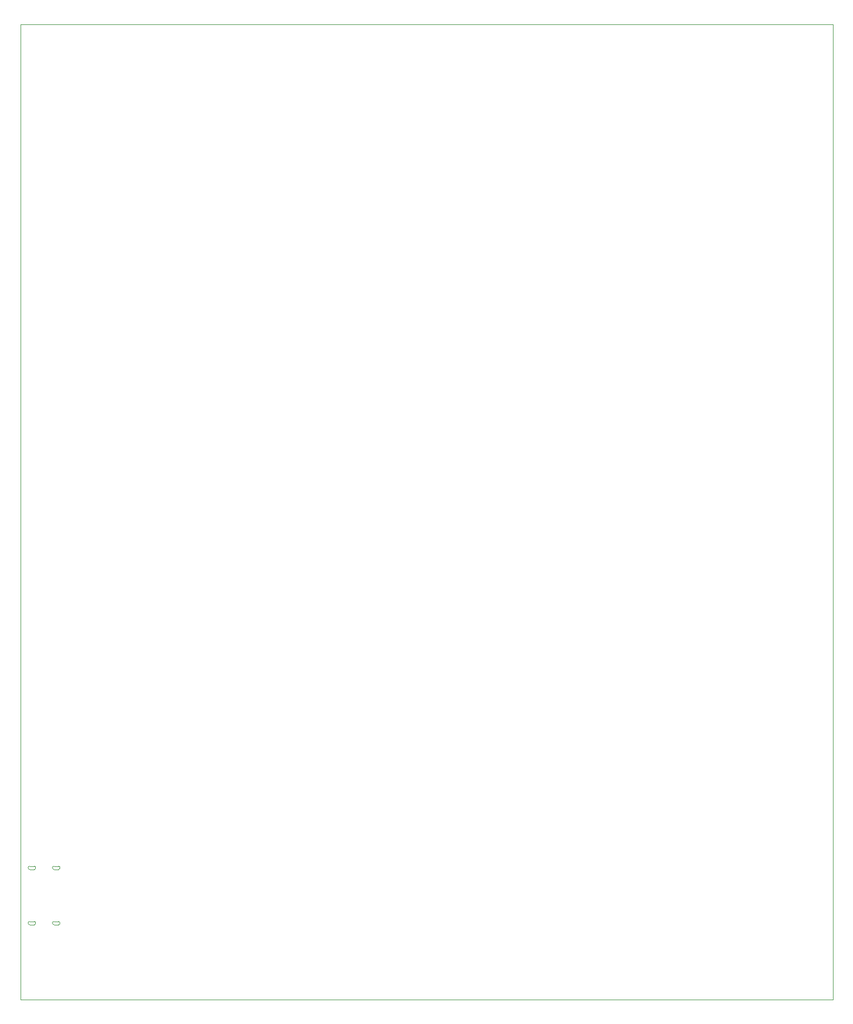
<source format=gm1>
G04 #@! TF.GenerationSoftware,KiCad,Pcbnew,(5.1.5)-3*
G04 #@! TF.CreationDate,2020-08-31T16:34:34-07:00*
G04 #@! TF.ProjectId,batty_trees_test_pcb,62617474-795f-4747-9265-65735f746573,rev?*
G04 #@! TF.SameCoordinates,Original*
G04 #@! TF.FileFunction,Profile,NP*
%FSLAX46Y46*%
G04 Gerber Fmt 4.6, Leading zero omitted, Abs format (unit mm)*
G04 Created by KiCad (PCBNEW (5.1.5)-3) date 2020-08-31 16:34:34*
%MOMM*%
%LPD*%
G04 APERTURE LIST*
%ADD10C,0.050000*%
%ADD11C,0.100000*%
G04 APERTURE END LIST*
D10*
X152400000Y-177800000D02*
X152400000Y-25400000D01*
X152400000Y-25400000D02*
X25400000Y-25400000D01*
X25400000Y-25400000D02*
X25400000Y-177800000D01*
X25400000Y-177800000D02*
X152400000Y-177800000D01*
D11*
X31338000Y-156974000D02*
X30638000Y-156974000D01*
X30638000Y-156974000D02*
G75*
G03X30388000Y-157224000I0J-250000D01*
G01*
X30388000Y-157224000D02*
G75*
G03X30638000Y-157474000I250000J0D01*
G01*
X30638000Y-157474000D02*
X31338000Y-157474000D01*
X31338000Y-157474000D02*
G75*
G03X31588000Y-157224000I0J250000D01*
G01*
X31588000Y-157224000D02*
G75*
G03X31338000Y-156974000I-250000J0D01*
G01*
X31338000Y-165614000D02*
X30638000Y-165614000D01*
X30638000Y-165614000D02*
G75*
G03X30388000Y-165864000I0J-250000D01*
G01*
X30388000Y-165864000D02*
G75*
G03X30638000Y-166114000I250000J0D01*
G01*
X30638000Y-166114000D02*
X31338000Y-166114000D01*
X31338000Y-166114000D02*
G75*
G03X31588000Y-165864000I0J250000D01*
G01*
X31588000Y-165864000D02*
G75*
G03X31338000Y-165614000I-250000J0D01*
G01*
X27538000Y-156974000D02*
X26838000Y-156974000D01*
X26838000Y-156974000D02*
G75*
G03X26588000Y-157224000I0J-250000D01*
G01*
X26588000Y-157224000D02*
G75*
G03X26838000Y-157474000I250000J0D01*
G01*
X26838000Y-157474000D02*
X27538000Y-157474000D01*
X27538000Y-157474000D02*
G75*
G03X27788000Y-157224000I0J250000D01*
G01*
X27788000Y-157224000D02*
G75*
G03X27538000Y-156974000I-250000J0D01*
G01*
X27538000Y-165614000D02*
X26838000Y-165614000D01*
X26838000Y-165614000D02*
G75*
G03X26588000Y-165864000I0J-250000D01*
G01*
X26588000Y-165864000D02*
G75*
G03X26838000Y-166114000I250000J0D01*
G01*
X26838000Y-166114000D02*
X27538000Y-166114000D01*
X27538000Y-166114000D02*
G75*
G03X27788000Y-165864000I0J250000D01*
G01*
X27788000Y-165864000D02*
G75*
G03X27538000Y-165614000I-250000J0D01*
G01*
M02*

</source>
